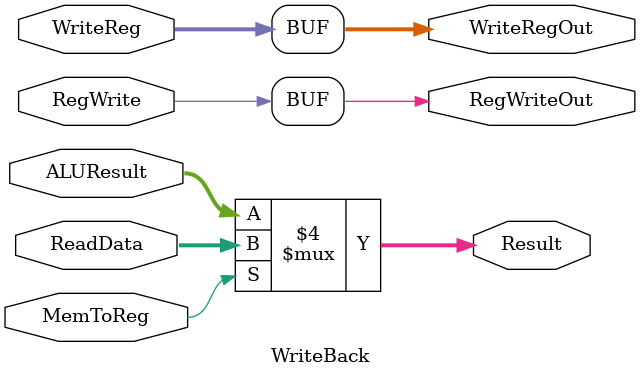
<source format=sv>
/* ----------------------------------------------------
 Company : Rochester Institute of Technology (RIT)
 Engineer : Glenn Vodra (GKV4063@rit.edu)

 Create Date : 6/5/23
 Design Name : WriteBack
 Module Name : WriteBack - dataflow
 Project Name : WriteBack

 Description : WriteBack stage
----------------------------------------------------*/
module WriteBack(WriteReg, RegWrite, MemToReg, ALUResult, ReadData, Result,
				 WriteRegOut, RegWriteOut);
	input logic [4:0] WriteReg;
	input logic RegWrite, MemToReg;
	input logic [31:0] ALUResult, ReadData;
	
	output logic [31:0] Result;
	output logic [4:0] WriteRegOut;
	output logic RegWriteOut;
	
	always_comb begin 
		if(MemToReg == 1) begin
			Result <= ReadData;
		end 
		else begin
			Result <= ALUResult;
		end
	end

	assign WriteRegOut = WriteReg;
	assign RegWriteOut = RegWrite;
	
endmodule
</source>
